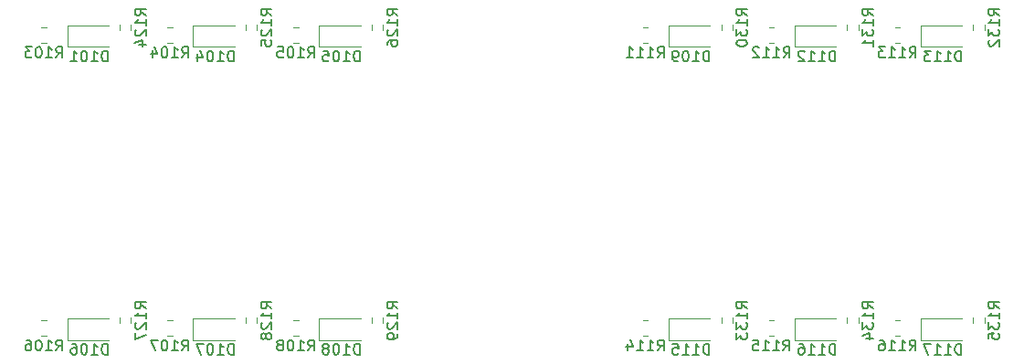
<source format=gbo>
G04 #@! TF.GenerationSoftware,KiCad,Pcbnew,5.1.9*
G04 #@! TF.CreationDate,2021-04-12T02:39:58-03:00*
G04 #@! TF.ProjectId,Switches,53776974-6368-4657-932e-6b696361645f,rev?*
G04 #@! TF.SameCoordinates,Original*
G04 #@! TF.FileFunction,Legend,Bot*
G04 #@! TF.FilePolarity,Positive*
%FSLAX46Y46*%
G04 Gerber Fmt 4.6, Leading zero omitted, Abs format (unit mm)*
G04 Created by KiCad (PCBNEW 5.1.9) date 2021-04-12 02:39:58*
%MOMM*%
%LPD*%
G01*
G04 APERTURE LIST*
%ADD10C,0.120000*%
%ADD11C,0.150000*%
%ADD12C,0.100000*%
%ADD13C,5.000000*%
%ADD14R,1.100000X1.100000*%
G04 APERTURE END LIST*
D10*
X200500000Y-121000000D02*
X204350000Y-121000000D01*
X200500000Y-119000000D02*
X204350000Y-119000000D01*
X200500000Y-121000000D02*
X200500000Y-119000000D01*
X188825000Y-121000000D02*
X192675000Y-121000000D01*
X188825000Y-119000000D02*
X192675000Y-119000000D01*
X188825000Y-121000000D02*
X188825000Y-119000000D01*
X177150000Y-121000000D02*
X181000000Y-121000000D01*
X177150000Y-119000000D02*
X181000000Y-119000000D01*
X177150000Y-121000000D02*
X177150000Y-119000000D01*
X200500000Y-93800000D02*
X204350000Y-93800000D01*
X200500000Y-91800000D02*
X204350000Y-91800000D01*
X200500000Y-93800000D02*
X200500000Y-91800000D01*
X188825000Y-93800000D02*
X192675000Y-93800000D01*
X188825000Y-91800000D02*
X192675000Y-91800000D01*
X188825000Y-93800000D02*
X188825000Y-91800000D01*
X177150000Y-93800000D02*
X181000000Y-93800000D01*
X177150000Y-91800000D02*
X181000000Y-91800000D01*
X177150000Y-93800000D02*
X177150000Y-91800000D01*
X144750000Y-121000000D02*
X148600000Y-121000000D01*
X144750000Y-119000000D02*
X148600000Y-119000000D01*
X144750000Y-121000000D02*
X144750000Y-119000000D01*
X133075000Y-121000000D02*
X136925000Y-121000000D01*
X133075000Y-119000000D02*
X136925000Y-119000000D01*
X133075000Y-121000000D02*
X133075000Y-119000000D01*
X121400000Y-121000000D02*
X125250000Y-121000000D01*
X121400000Y-119000000D02*
X125250000Y-119000000D01*
X121400000Y-121000000D02*
X121400000Y-119000000D01*
X144750000Y-93800000D02*
X148600000Y-93800000D01*
X144750000Y-91800000D02*
X148600000Y-91800000D01*
X144750000Y-93800000D02*
X144750000Y-91800000D01*
X133075000Y-93800000D02*
X136925000Y-93800000D01*
X133075000Y-91800000D02*
X136925000Y-91800000D01*
X133075000Y-93800000D02*
X133075000Y-91800000D01*
X121400000Y-93800000D02*
X125250000Y-93800000D01*
X121400000Y-91800000D02*
X125250000Y-91800000D01*
X121400000Y-93800000D02*
X121400000Y-91800000D01*
X205377500Y-119454724D02*
X205377500Y-118945276D01*
X206422500Y-119454724D02*
X206422500Y-118945276D01*
X193702500Y-119454724D02*
X193702500Y-118945276D01*
X194747500Y-119454724D02*
X194747500Y-118945276D01*
X182027500Y-119454724D02*
X182027500Y-118945276D01*
X183072500Y-119454724D02*
X183072500Y-118945276D01*
X205377500Y-92254724D02*
X205377500Y-91745276D01*
X206422500Y-92254724D02*
X206422500Y-91745276D01*
X193702500Y-92254724D02*
X193702500Y-91745276D01*
X194747500Y-92254724D02*
X194747500Y-91745276D01*
X182027500Y-92254724D02*
X182027500Y-91745276D01*
X183072500Y-92254724D02*
X183072500Y-91745276D01*
X149627500Y-119454724D02*
X149627500Y-118945276D01*
X150672500Y-119454724D02*
X150672500Y-118945276D01*
X137952500Y-119454724D02*
X137952500Y-118945276D01*
X138997500Y-119454724D02*
X138997500Y-118945276D01*
X126277500Y-119454724D02*
X126277500Y-118945276D01*
X127322500Y-119454724D02*
X127322500Y-118945276D01*
X149627500Y-92254724D02*
X149627500Y-91745276D01*
X150672500Y-92254724D02*
X150672500Y-91745276D01*
X137952500Y-92254724D02*
X137952500Y-91745276D01*
X138997500Y-92254724D02*
X138997500Y-91745276D01*
X126277500Y-92254724D02*
X126277500Y-91745276D01*
X127322500Y-92254724D02*
X127322500Y-91745276D01*
X174772936Y-119165000D02*
X175227064Y-119165000D01*
X174772936Y-120635000D02*
X175227064Y-120635000D01*
X198122936Y-91965000D02*
X198577064Y-91965000D01*
X198122936Y-93435000D02*
X198577064Y-93435000D01*
X186422936Y-119165000D02*
X186877064Y-119165000D01*
X186422936Y-120635000D02*
X186877064Y-120635000D01*
X198122936Y-119165000D02*
X198577064Y-119165000D01*
X198122936Y-120635000D02*
X198577064Y-120635000D01*
X119022936Y-91965000D02*
X119477064Y-91965000D01*
X119022936Y-93435000D02*
X119477064Y-93435000D01*
X130697936Y-119165000D02*
X131152064Y-119165000D01*
X130697936Y-120635000D02*
X131152064Y-120635000D01*
X130697936Y-91965000D02*
X131152064Y-91965000D01*
X130697936Y-93435000D02*
X131152064Y-93435000D01*
X142372936Y-91965000D02*
X142827064Y-91965000D01*
X142372936Y-93435000D02*
X142827064Y-93435000D01*
X186447936Y-91965000D02*
X186902064Y-91965000D01*
X186447936Y-93435000D02*
X186902064Y-93435000D01*
X142372936Y-119165000D02*
X142827064Y-119165000D01*
X142372936Y-120635000D02*
X142827064Y-120635000D01*
X119022936Y-119165000D02*
X119477064Y-119165000D01*
X119022936Y-120635000D02*
X119477064Y-120635000D01*
X174772936Y-91965000D02*
X175227064Y-91965000D01*
X174772936Y-93435000D02*
X175227064Y-93435000D01*
D11*
X204263476Y-122357380D02*
X204263476Y-121357380D01*
X204025380Y-121357380D01*
X203882523Y-121405000D01*
X203787285Y-121500238D01*
X203739666Y-121595476D01*
X203692047Y-121785952D01*
X203692047Y-121928809D01*
X203739666Y-122119285D01*
X203787285Y-122214523D01*
X203882523Y-122309761D01*
X204025380Y-122357380D01*
X204263476Y-122357380D01*
X202739666Y-122357380D02*
X203311095Y-122357380D01*
X203025380Y-122357380D02*
X203025380Y-121357380D01*
X203120619Y-121500238D01*
X203215857Y-121595476D01*
X203311095Y-121643095D01*
X201787285Y-122357380D02*
X202358714Y-122357380D01*
X202073000Y-122357380D02*
X202073000Y-121357380D01*
X202168238Y-121500238D01*
X202263476Y-121595476D01*
X202358714Y-121643095D01*
X201453952Y-121357380D02*
X200787285Y-121357380D01*
X201215857Y-122357380D01*
X192588476Y-122357380D02*
X192588476Y-121357380D01*
X192350380Y-121357380D01*
X192207523Y-121405000D01*
X192112285Y-121500238D01*
X192064666Y-121595476D01*
X192017047Y-121785952D01*
X192017047Y-121928809D01*
X192064666Y-122119285D01*
X192112285Y-122214523D01*
X192207523Y-122309761D01*
X192350380Y-122357380D01*
X192588476Y-122357380D01*
X191064666Y-122357380D02*
X191636095Y-122357380D01*
X191350380Y-122357380D02*
X191350380Y-121357380D01*
X191445619Y-121500238D01*
X191540857Y-121595476D01*
X191636095Y-121643095D01*
X190112285Y-122357380D02*
X190683714Y-122357380D01*
X190398000Y-122357380D02*
X190398000Y-121357380D01*
X190493238Y-121500238D01*
X190588476Y-121595476D01*
X190683714Y-121643095D01*
X189255142Y-121357380D02*
X189445619Y-121357380D01*
X189540857Y-121405000D01*
X189588476Y-121452619D01*
X189683714Y-121595476D01*
X189731333Y-121785952D01*
X189731333Y-122166904D01*
X189683714Y-122262142D01*
X189636095Y-122309761D01*
X189540857Y-122357380D01*
X189350380Y-122357380D01*
X189255142Y-122309761D01*
X189207523Y-122262142D01*
X189159904Y-122166904D01*
X189159904Y-121928809D01*
X189207523Y-121833571D01*
X189255142Y-121785952D01*
X189350380Y-121738333D01*
X189540857Y-121738333D01*
X189636095Y-121785952D01*
X189683714Y-121833571D01*
X189731333Y-121928809D01*
X180913476Y-122357380D02*
X180913476Y-121357380D01*
X180675380Y-121357380D01*
X180532523Y-121405000D01*
X180437285Y-121500238D01*
X180389666Y-121595476D01*
X180342047Y-121785952D01*
X180342047Y-121928809D01*
X180389666Y-122119285D01*
X180437285Y-122214523D01*
X180532523Y-122309761D01*
X180675380Y-122357380D01*
X180913476Y-122357380D01*
X179389666Y-122357380D02*
X179961095Y-122357380D01*
X179675380Y-122357380D02*
X179675380Y-121357380D01*
X179770619Y-121500238D01*
X179865857Y-121595476D01*
X179961095Y-121643095D01*
X178437285Y-122357380D02*
X179008714Y-122357380D01*
X178723000Y-122357380D02*
X178723000Y-121357380D01*
X178818238Y-121500238D01*
X178913476Y-121595476D01*
X179008714Y-121643095D01*
X177532523Y-121357380D02*
X178008714Y-121357380D01*
X178056333Y-121833571D01*
X178008714Y-121785952D01*
X177913476Y-121738333D01*
X177675380Y-121738333D01*
X177580142Y-121785952D01*
X177532523Y-121833571D01*
X177484904Y-121928809D01*
X177484904Y-122166904D01*
X177532523Y-122262142D01*
X177580142Y-122309761D01*
X177675380Y-122357380D01*
X177913476Y-122357380D01*
X178008714Y-122309761D01*
X178056333Y-122262142D01*
X204263476Y-95157380D02*
X204263476Y-94157380D01*
X204025380Y-94157380D01*
X203882523Y-94205000D01*
X203787285Y-94300238D01*
X203739666Y-94395476D01*
X203692047Y-94585952D01*
X203692047Y-94728809D01*
X203739666Y-94919285D01*
X203787285Y-95014523D01*
X203882523Y-95109761D01*
X204025380Y-95157380D01*
X204263476Y-95157380D01*
X202739666Y-95157380D02*
X203311095Y-95157380D01*
X203025380Y-95157380D02*
X203025380Y-94157380D01*
X203120619Y-94300238D01*
X203215857Y-94395476D01*
X203311095Y-94443095D01*
X201787285Y-95157380D02*
X202358714Y-95157380D01*
X202073000Y-95157380D02*
X202073000Y-94157380D01*
X202168238Y-94300238D01*
X202263476Y-94395476D01*
X202358714Y-94443095D01*
X201453952Y-94157380D02*
X200834904Y-94157380D01*
X201168238Y-94538333D01*
X201025380Y-94538333D01*
X200930142Y-94585952D01*
X200882523Y-94633571D01*
X200834904Y-94728809D01*
X200834904Y-94966904D01*
X200882523Y-95062142D01*
X200930142Y-95109761D01*
X201025380Y-95157380D01*
X201311095Y-95157380D01*
X201406333Y-95109761D01*
X201453952Y-95062142D01*
X192588476Y-95157380D02*
X192588476Y-94157380D01*
X192350380Y-94157380D01*
X192207523Y-94205000D01*
X192112285Y-94300238D01*
X192064666Y-94395476D01*
X192017047Y-94585952D01*
X192017047Y-94728809D01*
X192064666Y-94919285D01*
X192112285Y-95014523D01*
X192207523Y-95109761D01*
X192350380Y-95157380D01*
X192588476Y-95157380D01*
X191064666Y-95157380D02*
X191636095Y-95157380D01*
X191350380Y-95157380D02*
X191350380Y-94157380D01*
X191445619Y-94300238D01*
X191540857Y-94395476D01*
X191636095Y-94443095D01*
X190112285Y-95157380D02*
X190683714Y-95157380D01*
X190398000Y-95157380D02*
X190398000Y-94157380D01*
X190493238Y-94300238D01*
X190588476Y-94395476D01*
X190683714Y-94443095D01*
X189731333Y-94252619D02*
X189683714Y-94205000D01*
X189588476Y-94157380D01*
X189350380Y-94157380D01*
X189255142Y-94205000D01*
X189207523Y-94252619D01*
X189159904Y-94347857D01*
X189159904Y-94443095D01*
X189207523Y-94585952D01*
X189778952Y-95157380D01*
X189159904Y-95157380D01*
X180913476Y-95157380D02*
X180913476Y-94157380D01*
X180675380Y-94157380D01*
X180532523Y-94205000D01*
X180437285Y-94300238D01*
X180389666Y-94395476D01*
X180342047Y-94585952D01*
X180342047Y-94728809D01*
X180389666Y-94919285D01*
X180437285Y-95014523D01*
X180532523Y-95109761D01*
X180675380Y-95157380D01*
X180913476Y-95157380D01*
X179389666Y-95157380D02*
X179961095Y-95157380D01*
X179675380Y-95157380D02*
X179675380Y-94157380D01*
X179770619Y-94300238D01*
X179865857Y-94395476D01*
X179961095Y-94443095D01*
X178770619Y-94157380D02*
X178675380Y-94157380D01*
X178580142Y-94205000D01*
X178532523Y-94252619D01*
X178484904Y-94347857D01*
X178437285Y-94538333D01*
X178437285Y-94776428D01*
X178484904Y-94966904D01*
X178532523Y-95062142D01*
X178580142Y-95109761D01*
X178675380Y-95157380D01*
X178770619Y-95157380D01*
X178865857Y-95109761D01*
X178913476Y-95062142D01*
X178961095Y-94966904D01*
X179008714Y-94776428D01*
X179008714Y-94538333D01*
X178961095Y-94347857D01*
X178913476Y-94252619D01*
X178865857Y-94205000D01*
X178770619Y-94157380D01*
X177961095Y-95157380D02*
X177770619Y-95157380D01*
X177675380Y-95109761D01*
X177627761Y-95062142D01*
X177532523Y-94919285D01*
X177484904Y-94728809D01*
X177484904Y-94347857D01*
X177532523Y-94252619D01*
X177580142Y-94205000D01*
X177675380Y-94157380D01*
X177865857Y-94157380D01*
X177961095Y-94205000D01*
X178008714Y-94252619D01*
X178056333Y-94347857D01*
X178056333Y-94585952D01*
X178008714Y-94681190D01*
X177961095Y-94728809D01*
X177865857Y-94776428D01*
X177675380Y-94776428D01*
X177580142Y-94728809D01*
X177532523Y-94681190D01*
X177484904Y-94585952D01*
X148513476Y-122357380D02*
X148513476Y-121357380D01*
X148275380Y-121357380D01*
X148132523Y-121405000D01*
X148037285Y-121500238D01*
X147989666Y-121595476D01*
X147942047Y-121785952D01*
X147942047Y-121928809D01*
X147989666Y-122119285D01*
X148037285Y-122214523D01*
X148132523Y-122309761D01*
X148275380Y-122357380D01*
X148513476Y-122357380D01*
X146989666Y-122357380D02*
X147561095Y-122357380D01*
X147275380Y-122357380D02*
X147275380Y-121357380D01*
X147370619Y-121500238D01*
X147465857Y-121595476D01*
X147561095Y-121643095D01*
X146370619Y-121357380D02*
X146275380Y-121357380D01*
X146180142Y-121405000D01*
X146132523Y-121452619D01*
X146084904Y-121547857D01*
X146037285Y-121738333D01*
X146037285Y-121976428D01*
X146084904Y-122166904D01*
X146132523Y-122262142D01*
X146180142Y-122309761D01*
X146275380Y-122357380D01*
X146370619Y-122357380D01*
X146465857Y-122309761D01*
X146513476Y-122262142D01*
X146561095Y-122166904D01*
X146608714Y-121976428D01*
X146608714Y-121738333D01*
X146561095Y-121547857D01*
X146513476Y-121452619D01*
X146465857Y-121405000D01*
X146370619Y-121357380D01*
X145465857Y-121785952D02*
X145561095Y-121738333D01*
X145608714Y-121690714D01*
X145656333Y-121595476D01*
X145656333Y-121547857D01*
X145608714Y-121452619D01*
X145561095Y-121405000D01*
X145465857Y-121357380D01*
X145275380Y-121357380D01*
X145180142Y-121405000D01*
X145132523Y-121452619D01*
X145084904Y-121547857D01*
X145084904Y-121595476D01*
X145132523Y-121690714D01*
X145180142Y-121738333D01*
X145275380Y-121785952D01*
X145465857Y-121785952D01*
X145561095Y-121833571D01*
X145608714Y-121881190D01*
X145656333Y-121976428D01*
X145656333Y-122166904D01*
X145608714Y-122262142D01*
X145561095Y-122309761D01*
X145465857Y-122357380D01*
X145275380Y-122357380D01*
X145180142Y-122309761D01*
X145132523Y-122262142D01*
X145084904Y-122166904D01*
X145084904Y-121976428D01*
X145132523Y-121881190D01*
X145180142Y-121833571D01*
X145275380Y-121785952D01*
X136838476Y-122357380D02*
X136838476Y-121357380D01*
X136600380Y-121357380D01*
X136457523Y-121405000D01*
X136362285Y-121500238D01*
X136314666Y-121595476D01*
X136267047Y-121785952D01*
X136267047Y-121928809D01*
X136314666Y-122119285D01*
X136362285Y-122214523D01*
X136457523Y-122309761D01*
X136600380Y-122357380D01*
X136838476Y-122357380D01*
X135314666Y-122357380D02*
X135886095Y-122357380D01*
X135600380Y-122357380D02*
X135600380Y-121357380D01*
X135695619Y-121500238D01*
X135790857Y-121595476D01*
X135886095Y-121643095D01*
X134695619Y-121357380D02*
X134600380Y-121357380D01*
X134505142Y-121405000D01*
X134457523Y-121452619D01*
X134409904Y-121547857D01*
X134362285Y-121738333D01*
X134362285Y-121976428D01*
X134409904Y-122166904D01*
X134457523Y-122262142D01*
X134505142Y-122309761D01*
X134600380Y-122357380D01*
X134695619Y-122357380D01*
X134790857Y-122309761D01*
X134838476Y-122262142D01*
X134886095Y-122166904D01*
X134933714Y-121976428D01*
X134933714Y-121738333D01*
X134886095Y-121547857D01*
X134838476Y-121452619D01*
X134790857Y-121405000D01*
X134695619Y-121357380D01*
X134028952Y-121357380D02*
X133362285Y-121357380D01*
X133790857Y-122357380D01*
X125163476Y-122357380D02*
X125163476Y-121357380D01*
X124925380Y-121357380D01*
X124782523Y-121405000D01*
X124687285Y-121500238D01*
X124639666Y-121595476D01*
X124592047Y-121785952D01*
X124592047Y-121928809D01*
X124639666Y-122119285D01*
X124687285Y-122214523D01*
X124782523Y-122309761D01*
X124925380Y-122357380D01*
X125163476Y-122357380D01*
X123639666Y-122357380D02*
X124211095Y-122357380D01*
X123925380Y-122357380D02*
X123925380Y-121357380D01*
X124020619Y-121500238D01*
X124115857Y-121595476D01*
X124211095Y-121643095D01*
X123020619Y-121357380D02*
X122925380Y-121357380D01*
X122830142Y-121405000D01*
X122782523Y-121452619D01*
X122734904Y-121547857D01*
X122687285Y-121738333D01*
X122687285Y-121976428D01*
X122734904Y-122166904D01*
X122782523Y-122262142D01*
X122830142Y-122309761D01*
X122925380Y-122357380D01*
X123020619Y-122357380D01*
X123115857Y-122309761D01*
X123163476Y-122262142D01*
X123211095Y-122166904D01*
X123258714Y-121976428D01*
X123258714Y-121738333D01*
X123211095Y-121547857D01*
X123163476Y-121452619D01*
X123115857Y-121405000D01*
X123020619Y-121357380D01*
X121830142Y-121357380D02*
X122020619Y-121357380D01*
X122115857Y-121405000D01*
X122163476Y-121452619D01*
X122258714Y-121595476D01*
X122306333Y-121785952D01*
X122306333Y-122166904D01*
X122258714Y-122262142D01*
X122211095Y-122309761D01*
X122115857Y-122357380D01*
X121925380Y-122357380D01*
X121830142Y-122309761D01*
X121782523Y-122262142D01*
X121734904Y-122166904D01*
X121734904Y-121928809D01*
X121782523Y-121833571D01*
X121830142Y-121785952D01*
X121925380Y-121738333D01*
X122115857Y-121738333D01*
X122211095Y-121785952D01*
X122258714Y-121833571D01*
X122306333Y-121928809D01*
X148513476Y-95157380D02*
X148513476Y-94157380D01*
X148275380Y-94157380D01*
X148132523Y-94205000D01*
X148037285Y-94300238D01*
X147989666Y-94395476D01*
X147942047Y-94585952D01*
X147942047Y-94728809D01*
X147989666Y-94919285D01*
X148037285Y-95014523D01*
X148132523Y-95109761D01*
X148275380Y-95157380D01*
X148513476Y-95157380D01*
X146989666Y-95157380D02*
X147561095Y-95157380D01*
X147275380Y-95157380D02*
X147275380Y-94157380D01*
X147370619Y-94300238D01*
X147465857Y-94395476D01*
X147561095Y-94443095D01*
X146370619Y-94157380D02*
X146275380Y-94157380D01*
X146180142Y-94205000D01*
X146132523Y-94252619D01*
X146084904Y-94347857D01*
X146037285Y-94538333D01*
X146037285Y-94776428D01*
X146084904Y-94966904D01*
X146132523Y-95062142D01*
X146180142Y-95109761D01*
X146275380Y-95157380D01*
X146370619Y-95157380D01*
X146465857Y-95109761D01*
X146513476Y-95062142D01*
X146561095Y-94966904D01*
X146608714Y-94776428D01*
X146608714Y-94538333D01*
X146561095Y-94347857D01*
X146513476Y-94252619D01*
X146465857Y-94205000D01*
X146370619Y-94157380D01*
X145132523Y-94157380D02*
X145608714Y-94157380D01*
X145656333Y-94633571D01*
X145608714Y-94585952D01*
X145513476Y-94538333D01*
X145275380Y-94538333D01*
X145180142Y-94585952D01*
X145132523Y-94633571D01*
X145084904Y-94728809D01*
X145084904Y-94966904D01*
X145132523Y-95062142D01*
X145180142Y-95109761D01*
X145275380Y-95157380D01*
X145513476Y-95157380D01*
X145608714Y-95109761D01*
X145656333Y-95062142D01*
X136838476Y-95157380D02*
X136838476Y-94157380D01*
X136600380Y-94157380D01*
X136457523Y-94205000D01*
X136362285Y-94300238D01*
X136314666Y-94395476D01*
X136267047Y-94585952D01*
X136267047Y-94728809D01*
X136314666Y-94919285D01*
X136362285Y-95014523D01*
X136457523Y-95109761D01*
X136600380Y-95157380D01*
X136838476Y-95157380D01*
X135314666Y-95157380D02*
X135886095Y-95157380D01*
X135600380Y-95157380D02*
X135600380Y-94157380D01*
X135695619Y-94300238D01*
X135790857Y-94395476D01*
X135886095Y-94443095D01*
X134695619Y-94157380D02*
X134600380Y-94157380D01*
X134505142Y-94205000D01*
X134457523Y-94252619D01*
X134409904Y-94347857D01*
X134362285Y-94538333D01*
X134362285Y-94776428D01*
X134409904Y-94966904D01*
X134457523Y-95062142D01*
X134505142Y-95109761D01*
X134600380Y-95157380D01*
X134695619Y-95157380D01*
X134790857Y-95109761D01*
X134838476Y-95062142D01*
X134886095Y-94966904D01*
X134933714Y-94776428D01*
X134933714Y-94538333D01*
X134886095Y-94347857D01*
X134838476Y-94252619D01*
X134790857Y-94205000D01*
X134695619Y-94157380D01*
X133505142Y-94490714D02*
X133505142Y-95157380D01*
X133743238Y-94109761D02*
X133981333Y-94824047D01*
X133362285Y-94824047D01*
X125163476Y-95157380D02*
X125163476Y-94157380D01*
X124925380Y-94157380D01*
X124782523Y-94205000D01*
X124687285Y-94300238D01*
X124639666Y-94395476D01*
X124592047Y-94585952D01*
X124592047Y-94728809D01*
X124639666Y-94919285D01*
X124687285Y-95014523D01*
X124782523Y-95109761D01*
X124925380Y-95157380D01*
X125163476Y-95157380D01*
X123639666Y-95157380D02*
X124211095Y-95157380D01*
X123925380Y-95157380D02*
X123925380Y-94157380D01*
X124020619Y-94300238D01*
X124115857Y-94395476D01*
X124211095Y-94443095D01*
X123020619Y-94157380D02*
X122925380Y-94157380D01*
X122830142Y-94205000D01*
X122782523Y-94252619D01*
X122734904Y-94347857D01*
X122687285Y-94538333D01*
X122687285Y-94776428D01*
X122734904Y-94966904D01*
X122782523Y-95062142D01*
X122830142Y-95109761D01*
X122925380Y-95157380D01*
X123020619Y-95157380D01*
X123115857Y-95109761D01*
X123163476Y-95062142D01*
X123211095Y-94966904D01*
X123258714Y-94776428D01*
X123258714Y-94538333D01*
X123211095Y-94347857D01*
X123163476Y-94252619D01*
X123115857Y-94205000D01*
X123020619Y-94157380D01*
X121734904Y-95157380D02*
X122306333Y-95157380D01*
X122020619Y-95157380D02*
X122020619Y-94157380D01*
X122115857Y-94300238D01*
X122211095Y-94395476D01*
X122306333Y-94443095D01*
X207782380Y-118080952D02*
X207306190Y-117747619D01*
X207782380Y-117509523D02*
X206782380Y-117509523D01*
X206782380Y-117890476D01*
X206830000Y-117985714D01*
X206877619Y-118033333D01*
X206972857Y-118080952D01*
X207115714Y-118080952D01*
X207210952Y-118033333D01*
X207258571Y-117985714D01*
X207306190Y-117890476D01*
X207306190Y-117509523D01*
X207782380Y-119033333D02*
X207782380Y-118461904D01*
X207782380Y-118747619D02*
X206782380Y-118747619D01*
X206925238Y-118652380D01*
X207020476Y-118557142D01*
X207068095Y-118461904D01*
X206782380Y-119366666D02*
X206782380Y-119985714D01*
X207163333Y-119652380D01*
X207163333Y-119795238D01*
X207210952Y-119890476D01*
X207258571Y-119938095D01*
X207353809Y-119985714D01*
X207591904Y-119985714D01*
X207687142Y-119938095D01*
X207734761Y-119890476D01*
X207782380Y-119795238D01*
X207782380Y-119509523D01*
X207734761Y-119414285D01*
X207687142Y-119366666D01*
X206782380Y-120890476D02*
X206782380Y-120414285D01*
X207258571Y-120366666D01*
X207210952Y-120414285D01*
X207163333Y-120509523D01*
X207163333Y-120747619D01*
X207210952Y-120842857D01*
X207258571Y-120890476D01*
X207353809Y-120938095D01*
X207591904Y-120938095D01*
X207687142Y-120890476D01*
X207734761Y-120842857D01*
X207782380Y-120747619D01*
X207782380Y-120509523D01*
X207734761Y-120414285D01*
X207687142Y-120366666D01*
X196107380Y-118080952D02*
X195631190Y-117747619D01*
X196107380Y-117509523D02*
X195107380Y-117509523D01*
X195107380Y-117890476D01*
X195155000Y-117985714D01*
X195202619Y-118033333D01*
X195297857Y-118080952D01*
X195440714Y-118080952D01*
X195535952Y-118033333D01*
X195583571Y-117985714D01*
X195631190Y-117890476D01*
X195631190Y-117509523D01*
X196107380Y-119033333D02*
X196107380Y-118461904D01*
X196107380Y-118747619D02*
X195107380Y-118747619D01*
X195250238Y-118652380D01*
X195345476Y-118557142D01*
X195393095Y-118461904D01*
X195107380Y-119366666D02*
X195107380Y-119985714D01*
X195488333Y-119652380D01*
X195488333Y-119795238D01*
X195535952Y-119890476D01*
X195583571Y-119938095D01*
X195678809Y-119985714D01*
X195916904Y-119985714D01*
X196012142Y-119938095D01*
X196059761Y-119890476D01*
X196107380Y-119795238D01*
X196107380Y-119509523D01*
X196059761Y-119414285D01*
X196012142Y-119366666D01*
X195440714Y-120842857D02*
X196107380Y-120842857D01*
X195059761Y-120604761D02*
X195774047Y-120366666D01*
X195774047Y-120985714D01*
X184432380Y-118080952D02*
X183956190Y-117747619D01*
X184432380Y-117509523D02*
X183432380Y-117509523D01*
X183432380Y-117890476D01*
X183480000Y-117985714D01*
X183527619Y-118033333D01*
X183622857Y-118080952D01*
X183765714Y-118080952D01*
X183860952Y-118033333D01*
X183908571Y-117985714D01*
X183956190Y-117890476D01*
X183956190Y-117509523D01*
X184432380Y-119033333D02*
X184432380Y-118461904D01*
X184432380Y-118747619D02*
X183432380Y-118747619D01*
X183575238Y-118652380D01*
X183670476Y-118557142D01*
X183718095Y-118461904D01*
X183432380Y-119366666D02*
X183432380Y-119985714D01*
X183813333Y-119652380D01*
X183813333Y-119795238D01*
X183860952Y-119890476D01*
X183908571Y-119938095D01*
X184003809Y-119985714D01*
X184241904Y-119985714D01*
X184337142Y-119938095D01*
X184384761Y-119890476D01*
X184432380Y-119795238D01*
X184432380Y-119509523D01*
X184384761Y-119414285D01*
X184337142Y-119366666D01*
X183432380Y-120319047D02*
X183432380Y-120938095D01*
X183813333Y-120604761D01*
X183813333Y-120747619D01*
X183860952Y-120842857D01*
X183908571Y-120890476D01*
X184003809Y-120938095D01*
X184241904Y-120938095D01*
X184337142Y-120890476D01*
X184384761Y-120842857D01*
X184432380Y-120747619D01*
X184432380Y-120461904D01*
X184384761Y-120366666D01*
X184337142Y-120319047D01*
X207782380Y-90880952D02*
X207306190Y-90547619D01*
X207782380Y-90309523D02*
X206782380Y-90309523D01*
X206782380Y-90690476D01*
X206830000Y-90785714D01*
X206877619Y-90833333D01*
X206972857Y-90880952D01*
X207115714Y-90880952D01*
X207210952Y-90833333D01*
X207258571Y-90785714D01*
X207306190Y-90690476D01*
X207306190Y-90309523D01*
X207782380Y-91833333D02*
X207782380Y-91261904D01*
X207782380Y-91547619D02*
X206782380Y-91547619D01*
X206925238Y-91452380D01*
X207020476Y-91357142D01*
X207068095Y-91261904D01*
X206782380Y-92166666D02*
X206782380Y-92785714D01*
X207163333Y-92452380D01*
X207163333Y-92595238D01*
X207210952Y-92690476D01*
X207258571Y-92738095D01*
X207353809Y-92785714D01*
X207591904Y-92785714D01*
X207687142Y-92738095D01*
X207734761Y-92690476D01*
X207782380Y-92595238D01*
X207782380Y-92309523D01*
X207734761Y-92214285D01*
X207687142Y-92166666D01*
X206877619Y-93166666D02*
X206830000Y-93214285D01*
X206782380Y-93309523D01*
X206782380Y-93547619D01*
X206830000Y-93642857D01*
X206877619Y-93690476D01*
X206972857Y-93738095D01*
X207068095Y-93738095D01*
X207210952Y-93690476D01*
X207782380Y-93119047D01*
X207782380Y-93738095D01*
X196107380Y-90880952D02*
X195631190Y-90547619D01*
X196107380Y-90309523D02*
X195107380Y-90309523D01*
X195107380Y-90690476D01*
X195155000Y-90785714D01*
X195202619Y-90833333D01*
X195297857Y-90880952D01*
X195440714Y-90880952D01*
X195535952Y-90833333D01*
X195583571Y-90785714D01*
X195631190Y-90690476D01*
X195631190Y-90309523D01*
X196107380Y-91833333D02*
X196107380Y-91261904D01*
X196107380Y-91547619D02*
X195107380Y-91547619D01*
X195250238Y-91452380D01*
X195345476Y-91357142D01*
X195393095Y-91261904D01*
X195107380Y-92166666D02*
X195107380Y-92785714D01*
X195488333Y-92452380D01*
X195488333Y-92595238D01*
X195535952Y-92690476D01*
X195583571Y-92738095D01*
X195678809Y-92785714D01*
X195916904Y-92785714D01*
X196012142Y-92738095D01*
X196059761Y-92690476D01*
X196107380Y-92595238D01*
X196107380Y-92309523D01*
X196059761Y-92214285D01*
X196012142Y-92166666D01*
X196107380Y-93738095D02*
X196107380Y-93166666D01*
X196107380Y-93452380D02*
X195107380Y-93452380D01*
X195250238Y-93357142D01*
X195345476Y-93261904D01*
X195393095Y-93166666D01*
X184432380Y-90880952D02*
X183956190Y-90547619D01*
X184432380Y-90309523D02*
X183432380Y-90309523D01*
X183432380Y-90690476D01*
X183480000Y-90785714D01*
X183527619Y-90833333D01*
X183622857Y-90880952D01*
X183765714Y-90880952D01*
X183860952Y-90833333D01*
X183908571Y-90785714D01*
X183956190Y-90690476D01*
X183956190Y-90309523D01*
X184432380Y-91833333D02*
X184432380Y-91261904D01*
X184432380Y-91547619D02*
X183432380Y-91547619D01*
X183575238Y-91452380D01*
X183670476Y-91357142D01*
X183718095Y-91261904D01*
X183432380Y-92166666D02*
X183432380Y-92785714D01*
X183813333Y-92452380D01*
X183813333Y-92595238D01*
X183860952Y-92690476D01*
X183908571Y-92738095D01*
X184003809Y-92785714D01*
X184241904Y-92785714D01*
X184337142Y-92738095D01*
X184384761Y-92690476D01*
X184432380Y-92595238D01*
X184432380Y-92309523D01*
X184384761Y-92214285D01*
X184337142Y-92166666D01*
X183432380Y-93404761D02*
X183432380Y-93500000D01*
X183480000Y-93595238D01*
X183527619Y-93642857D01*
X183622857Y-93690476D01*
X183813333Y-93738095D01*
X184051428Y-93738095D01*
X184241904Y-93690476D01*
X184337142Y-93642857D01*
X184384761Y-93595238D01*
X184432380Y-93500000D01*
X184432380Y-93404761D01*
X184384761Y-93309523D01*
X184337142Y-93261904D01*
X184241904Y-93214285D01*
X184051428Y-93166666D01*
X183813333Y-93166666D01*
X183622857Y-93214285D01*
X183527619Y-93261904D01*
X183480000Y-93309523D01*
X183432380Y-93404761D01*
X152032380Y-118080952D02*
X151556190Y-117747619D01*
X152032380Y-117509523D02*
X151032380Y-117509523D01*
X151032380Y-117890476D01*
X151080000Y-117985714D01*
X151127619Y-118033333D01*
X151222857Y-118080952D01*
X151365714Y-118080952D01*
X151460952Y-118033333D01*
X151508571Y-117985714D01*
X151556190Y-117890476D01*
X151556190Y-117509523D01*
X152032380Y-119033333D02*
X152032380Y-118461904D01*
X152032380Y-118747619D02*
X151032380Y-118747619D01*
X151175238Y-118652380D01*
X151270476Y-118557142D01*
X151318095Y-118461904D01*
X151127619Y-119414285D02*
X151080000Y-119461904D01*
X151032380Y-119557142D01*
X151032380Y-119795238D01*
X151080000Y-119890476D01*
X151127619Y-119938095D01*
X151222857Y-119985714D01*
X151318095Y-119985714D01*
X151460952Y-119938095D01*
X152032380Y-119366666D01*
X152032380Y-119985714D01*
X152032380Y-120461904D02*
X152032380Y-120652380D01*
X151984761Y-120747619D01*
X151937142Y-120795238D01*
X151794285Y-120890476D01*
X151603809Y-120938095D01*
X151222857Y-120938095D01*
X151127619Y-120890476D01*
X151080000Y-120842857D01*
X151032380Y-120747619D01*
X151032380Y-120557142D01*
X151080000Y-120461904D01*
X151127619Y-120414285D01*
X151222857Y-120366666D01*
X151460952Y-120366666D01*
X151556190Y-120414285D01*
X151603809Y-120461904D01*
X151651428Y-120557142D01*
X151651428Y-120747619D01*
X151603809Y-120842857D01*
X151556190Y-120890476D01*
X151460952Y-120938095D01*
X140357380Y-118080952D02*
X139881190Y-117747619D01*
X140357380Y-117509523D02*
X139357380Y-117509523D01*
X139357380Y-117890476D01*
X139405000Y-117985714D01*
X139452619Y-118033333D01*
X139547857Y-118080952D01*
X139690714Y-118080952D01*
X139785952Y-118033333D01*
X139833571Y-117985714D01*
X139881190Y-117890476D01*
X139881190Y-117509523D01*
X140357380Y-119033333D02*
X140357380Y-118461904D01*
X140357380Y-118747619D02*
X139357380Y-118747619D01*
X139500238Y-118652380D01*
X139595476Y-118557142D01*
X139643095Y-118461904D01*
X139452619Y-119414285D02*
X139405000Y-119461904D01*
X139357380Y-119557142D01*
X139357380Y-119795238D01*
X139405000Y-119890476D01*
X139452619Y-119938095D01*
X139547857Y-119985714D01*
X139643095Y-119985714D01*
X139785952Y-119938095D01*
X140357380Y-119366666D01*
X140357380Y-119985714D01*
X139785952Y-120557142D02*
X139738333Y-120461904D01*
X139690714Y-120414285D01*
X139595476Y-120366666D01*
X139547857Y-120366666D01*
X139452619Y-120414285D01*
X139405000Y-120461904D01*
X139357380Y-120557142D01*
X139357380Y-120747619D01*
X139405000Y-120842857D01*
X139452619Y-120890476D01*
X139547857Y-120938095D01*
X139595476Y-120938095D01*
X139690714Y-120890476D01*
X139738333Y-120842857D01*
X139785952Y-120747619D01*
X139785952Y-120557142D01*
X139833571Y-120461904D01*
X139881190Y-120414285D01*
X139976428Y-120366666D01*
X140166904Y-120366666D01*
X140262142Y-120414285D01*
X140309761Y-120461904D01*
X140357380Y-120557142D01*
X140357380Y-120747619D01*
X140309761Y-120842857D01*
X140262142Y-120890476D01*
X140166904Y-120938095D01*
X139976428Y-120938095D01*
X139881190Y-120890476D01*
X139833571Y-120842857D01*
X139785952Y-120747619D01*
X128682380Y-118080952D02*
X128206190Y-117747619D01*
X128682380Y-117509523D02*
X127682380Y-117509523D01*
X127682380Y-117890476D01*
X127730000Y-117985714D01*
X127777619Y-118033333D01*
X127872857Y-118080952D01*
X128015714Y-118080952D01*
X128110952Y-118033333D01*
X128158571Y-117985714D01*
X128206190Y-117890476D01*
X128206190Y-117509523D01*
X128682380Y-119033333D02*
X128682380Y-118461904D01*
X128682380Y-118747619D02*
X127682380Y-118747619D01*
X127825238Y-118652380D01*
X127920476Y-118557142D01*
X127968095Y-118461904D01*
X127777619Y-119414285D02*
X127730000Y-119461904D01*
X127682380Y-119557142D01*
X127682380Y-119795238D01*
X127730000Y-119890476D01*
X127777619Y-119938095D01*
X127872857Y-119985714D01*
X127968095Y-119985714D01*
X128110952Y-119938095D01*
X128682380Y-119366666D01*
X128682380Y-119985714D01*
X127682380Y-120319047D02*
X127682380Y-120985714D01*
X128682380Y-120557142D01*
X152032380Y-90880952D02*
X151556190Y-90547619D01*
X152032380Y-90309523D02*
X151032380Y-90309523D01*
X151032380Y-90690476D01*
X151080000Y-90785714D01*
X151127619Y-90833333D01*
X151222857Y-90880952D01*
X151365714Y-90880952D01*
X151460952Y-90833333D01*
X151508571Y-90785714D01*
X151556190Y-90690476D01*
X151556190Y-90309523D01*
X152032380Y-91833333D02*
X152032380Y-91261904D01*
X152032380Y-91547619D02*
X151032380Y-91547619D01*
X151175238Y-91452380D01*
X151270476Y-91357142D01*
X151318095Y-91261904D01*
X151127619Y-92214285D02*
X151080000Y-92261904D01*
X151032380Y-92357142D01*
X151032380Y-92595238D01*
X151080000Y-92690476D01*
X151127619Y-92738095D01*
X151222857Y-92785714D01*
X151318095Y-92785714D01*
X151460952Y-92738095D01*
X152032380Y-92166666D01*
X152032380Y-92785714D01*
X151032380Y-93642857D02*
X151032380Y-93452380D01*
X151080000Y-93357142D01*
X151127619Y-93309523D01*
X151270476Y-93214285D01*
X151460952Y-93166666D01*
X151841904Y-93166666D01*
X151937142Y-93214285D01*
X151984761Y-93261904D01*
X152032380Y-93357142D01*
X152032380Y-93547619D01*
X151984761Y-93642857D01*
X151937142Y-93690476D01*
X151841904Y-93738095D01*
X151603809Y-93738095D01*
X151508571Y-93690476D01*
X151460952Y-93642857D01*
X151413333Y-93547619D01*
X151413333Y-93357142D01*
X151460952Y-93261904D01*
X151508571Y-93214285D01*
X151603809Y-93166666D01*
X140357380Y-90880952D02*
X139881190Y-90547619D01*
X140357380Y-90309523D02*
X139357380Y-90309523D01*
X139357380Y-90690476D01*
X139405000Y-90785714D01*
X139452619Y-90833333D01*
X139547857Y-90880952D01*
X139690714Y-90880952D01*
X139785952Y-90833333D01*
X139833571Y-90785714D01*
X139881190Y-90690476D01*
X139881190Y-90309523D01*
X140357380Y-91833333D02*
X140357380Y-91261904D01*
X140357380Y-91547619D02*
X139357380Y-91547619D01*
X139500238Y-91452380D01*
X139595476Y-91357142D01*
X139643095Y-91261904D01*
X139452619Y-92214285D02*
X139405000Y-92261904D01*
X139357380Y-92357142D01*
X139357380Y-92595238D01*
X139405000Y-92690476D01*
X139452619Y-92738095D01*
X139547857Y-92785714D01*
X139643095Y-92785714D01*
X139785952Y-92738095D01*
X140357380Y-92166666D01*
X140357380Y-92785714D01*
X139357380Y-93690476D02*
X139357380Y-93214285D01*
X139833571Y-93166666D01*
X139785952Y-93214285D01*
X139738333Y-93309523D01*
X139738333Y-93547619D01*
X139785952Y-93642857D01*
X139833571Y-93690476D01*
X139928809Y-93738095D01*
X140166904Y-93738095D01*
X140262142Y-93690476D01*
X140309761Y-93642857D01*
X140357380Y-93547619D01*
X140357380Y-93309523D01*
X140309761Y-93214285D01*
X140262142Y-93166666D01*
X128682380Y-90880952D02*
X128206190Y-90547619D01*
X128682380Y-90309523D02*
X127682380Y-90309523D01*
X127682380Y-90690476D01*
X127730000Y-90785714D01*
X127777619Y-90833333D01*
X127872857Y-90880952D01*
X128015714Y-90880952D01*
X128110952Y-90833333D01*
X128158571Y-90785714D01*
X128206190Y-90690476D01*
X128206190Y-90309523D01*
X128682380Y-91833333D02*
X128682380Y-91261904D01*
X128682380Y-91547619D02*
X127682380Y-91547619D01*
X127825238Y-91452380D01*
X127920476Y-91357142D01*
X127968095Y-91261904D01*
X127777619Y-92214285D02*
X127730000Y-92261904D01*
X127682380Y-92357142D01*
X127682380Y-92595238D01*
X127730000Y-92690476D01*
X127777619Y-92738095D01*
X127872857Y-92785714D01*
X127968095Y-92785714D01*
X128110952Y-92738095D01*
X128682380Y-92166666D01*
X128682380Y-92785714D01*
X128015714Y-93642857D02*
X128682380Y-93642857D01*
X127634761Y-93404761D02*
X128349047Y-93166666D01*
X128349047Y-93785714D01*
X176119047Y-122002380D02*
X176452380Y-121526190D01*
X176690476Y-122002380D02*
X176690476Y-121002380D01*
X176309523Y-121002380D01*
X176214285Y-121050000D01*
X176166666Y-121097619D01*
X176119047Y-121192857D01*
X176119047Y-121335714D01*
X176166666Y-121430952D01*
X176214285Y-121478571D01*
X176309523Y-121526190D01*
X176690476Y-121526190D01*
X175166666Y-122002380D02*
X175738095Y-122002380D01*
X175452380Y-122002380D02*
X175452380Y-121002380D01*
X175547619Y-121145238D01*
X175642857Y-121240476D01*
X175738095Y-121288095D01*
X174214285Y-122002380D02*
X174785714Y-122002380D01*
X174500000Y-122002380D02*
X174500000Y-121002380D01*
X174595238Y-121145238D01*
X174690476Y-121240476D01*
X174785714Y-121288095D01*
X173357142Y-121335714D02*
X173357142Y-122002380D01*
X173595238Y-120954761D02*
X173833333Y-121669047D01*
X173214285Y-121669047D01*
X199469047Y-94802380D02*
X199802380Y-94326190D01*
X200040476Y-94802380D02*
X200040476Y-93802380D01*
X199659523Y-93802380D01*
X199564285Y-93850000D01*
X199516666Y-93897619D01*
X199469047Y-93992857D01*
X199469047Y-94135714D01*
X199516666Y-94230952D01*
X199564285Y-94278571D01*
X199659523Y-94326190D01*
X200040476Y-94326190D01*
X198516666Y-94802380D02*
X199088095Y-94802380D01*
X198802380Y-94802380D02*
X198802380Y-93802380D01*
X198897619Y-93945238D01*
X198992857Y-94040476D01*
X199088095Y-94088095D01*
X197564285Y-94802380D02*
X198135714Y-94802380D01*
X197850000Y-94802380D02*
X197850000Y-93802380D01*
X197945238Y-93945238D01*
X198040476Y-94040476D01*
X198135714Y-94088095D01*
X197230952Y-93802380D02*
X196611904Y-93802380D01*
X196945238Y-94183333D01*
X196802380Y-94183333D01*
X196707142Y-94230952D01*
X196659523Y-94278571D01*
X196611904Y-94373809D01*
X196611904Y-94611904D01*
X196659523Y-94707142D01*
X196707142Y-94754761D01*
X196802380Y-94802380D01*
X197088095Y-94802380D01*
X197183333Y-94754761D01*
X197230952Y-94707142D01*
X187769047Y-122002380D02*
X188102380Y-121526190D01*
X188340476Y-122002380D02*
X188340476Y-121002380D01*
X187959523Y-121002380D01*
X187864285Y-121050000D01*
X187816666Y-121097619D01*
X187769047Y-121192857D01*
X187769047Y-121335714D01*
X187816666Y-121430952D01*
X187864285Y-121478571D01*
X187959523Y-121526190D01*
X188340476Y-121526190D01*
X186816666Y-122002380D02*
X187388095Y-122002380D01*
X187102380Y-122002380D02*
X187102380Y-121002380D01*
X187197619Y-121145238D01*
X187292857Y-121240476D01*
X187388095Y-121288095D01*
X185864285Y-122002380D02*
X186435714Y-122002380D01*
X186150000Y-122002380D02*
X186150000Y-121002380D01*
X186245238Y-121145238D01*
X186340476Y-121240476D01*
X186435714Y-121288095D01*
X184959523Y-121002380D02*
X185435714Y-121002380D01*
X185483333Y-121478571D01*
X185435714Y-121430952D01*
X185340476Y-121383333D01*
X185102380Y-121383333D01*
X185007142Y-121430952D01*
X184959523Y-121478571D01*
X184911904Y-121573809D01*
X184911904Y-121811904D01*
X184959523Y-121907142D01*
X185007142Y-121954761D01*
X185102380Y-122002380D01*
X185340476Y-122002380D01*
X185435714Y-121954761D01*
X185483333Y-121907142D01*
X199469047Y-122002380D02*
X199802380Y-121526190D01*
X200040476Y-122002380D02*
X200040476Y-121002380D01*
X199659523Y-121002380D01*
X199564285Y-121050000D01*
X199516666Y-121097619D01*
X199469047Y-121192857D01*
X199469047Y-121335714D01*
X199516666Y-121430952D01*
X199564285Y-121478571D01*
X199659523Y-121526190D01*
X200040476Y-121526190D01*
X198516666Y-122002380D02*
X199088095Y-122002380D01*
X198802380Y-122002380D02*
X198802380Y-121002380D01*
X198897619Y-121145238D01*
X198992857Y-121240476D01*
X199088095Y-121288095D01*
X197564285Y-122002380D02*
X198135714Y-122002380D01*
X197850000Y-122002380D02*
X197850000Y-121002380D01*
X197945238Y-121145238D01*
X198040476Y-121240476D01*
X198135714Y-121288095D01*
X196707142Y-121002380D02*
X196897619Y-121002380D01*
X196992857Y-121050000D01*
X197040476Y-121097619D01*
X197135714Y-121240476D01*
X197183333Y-121430952D01*
X197183333Y-121811904D01*
X197135714Y-121907142D01*
X197088095Y-121954761D01*
X196992857Y-122002380D01*
X196802380Y-122002380D01*
X196707142Y-121954761D01*
X196659523Y-121907142D01*
X196611904Y-121811904D01*
X196611904Y-121573809D01*
X196659523Y-121478571D01*
X196707142Y-121430952D01*
X196802380Y-121383333D01*
X196992857Y-121383333D01*
X197088095Y-121430952D01*
X197135714Y-121478571D01*
X197183333Y-121573809D01*
X120369047Y-94802380D02*
X120702380Y-94326190D01*
X120940476Y-94802380D02*
X120940476Y-93802380D01*
X120559523Y-93802380D01*
X120464285Y-93850000D01*
X120416666Y-93897619D01*
X120369047Y-93992857D01*
X120369047Y-94135714D01*
X120416666Y-94230952D01*
X120464285Y-94278571D01*
X120559523Y-94326190D01*
X120940476Y-94326190D01*
X119416666Y-94802380D02*
X119988095Y-94802380D01*
X119702380Y-94802380D02*
X119702380Y-93802380D01*
X119797619Y-93945238D01*
X119892857Y-94040476D01*
X119988095Y-94088095D01*
X118797619Y-93802380D02*
X118702380Y-93802380D01*
X118607142Y-93850000D01*
X118559523Y-93897619D01*
X118511904Y-93992857D01*
X118464285Y-94183333D01*
X118464285Y-94421428D01*
X118511904Y-94611904D01*
X118559523Y-94707142D01*
X118607142Y-94754761D01*
X118702380Y-94802380D01*
X118797619Y-94802380D01*
X118892857Y-94754761D01*
X118940476Y-94707142D01*
X118988095Y-94611904D01*
X119035714Y-94421428D01*
X119035714Y-94183333D01*
X118988095Y-93992857D01*
X118940476Y-93897619D01*
X118892857Y-93850000D01*
X118797619Y-93802380D01*
X118130952Y-93802380D02*
X117511904Y-93802380D01*
X117845238Y-94183333D01*
X117702380Y-94183333D01*
X117607142Y-94230952D01*
X117559523Y-94278571D01*
X117511904Y-94373809D01*
X117511904Y-94611904D01*
X117559523Y-94707142D01*
X117607142Y-94754761D01*
X117702380Y-94802380D01*
X117988095Y-94802380D01*
X118083333Y-94754761D01*
X118130952Y-94707142D01*
X132044047Y-122002380D02*
X132377380Y-121526190D01*
X132615476Y-122002380D02*
X132615476Y-121002380D01*
X132234523Y-121002380D01*
X132139285Y-121050000D01*
X132091666Y-121097619D01*
X132044047Y-121192857D01*
X132044047Y-121335714D01*
X132091666Y-121430952D01*
X132139285Y-121478571D01*
X132234523Y-121526190D01*
X132615476Y-121526190D01*
X131091666Y-122002380D02*
X131663095Y-122002380D01*
X131377380Y-122002380D02*
X131377380Y-121002380D01*
X131472619Y-121145238D01*
X131567857Y-121240476D01*
X131663095Y-121288095D01*
X130472619Y-121002380D02*
X130377380Y-121002380D01*
X130282142Y-121050000D01*
X130234523Y-121097619D01*
X130186904Y-121192857D01*
X130139285Y-121383333D01*
X130139285Y-121621428D01*
X130186904Y-121811904D01*
X130234523Y-121907142D01*
X130282142Y-121954761D01*
X130377380Y-122002380D01*
X130472619Y-122002380D01*
X130567857Y-121954761D01*
X130615476Y-121907142D01*
X130663095Y-121811904D01*
X130710714Y-121621428D01*
X130710714Y-121383333D01*
X130663095Y-121192857D01*
X130615476Y-121097619D01*
X130567857Y-121050000D01*
X130472619Y-121002380D01*
X129805952Y-121002380D02*
X129139285Y-121002380D01*
X129567857Y-122002380D01*
X132044047Y-94802380D02*
X132377380Y-94326190D01*
X132615476Y-94802380D02*
X132615476Y-93802380D01*
X132234523Y-93802380D01*
X132139285Y-93850000D01*
X132091666Y-93897619D01*
X132044047Y-93992857D01*
X132044047Y-94135714D01*
X132091666Y-94230952D01*
X132139285Y-94278571D01*
X132234523Y-94326190D01*
X132615476Y-94326190D01*
X131091666Y-94802380D02*
X131663095Y-94802380D01*
X131377380Y-94802380D02*
X131377380Y-93802380D01*
X131472619Y-93945238D01*
X131567857Y-94040476D01*
X131663095Y-94088095D01*
X130472619Y-93802380D02*
X130377380Y-93802380D01*
X130282142Y-93850000D01*
X130234523Y-93897619D01*
X130186904Y-93992857D01*
X130139285Y-94183333D01*
X130139285Y-94421428D01*
X130186904Y-94611904D01*
X130234523Y-94707142D01*
X130282142Y-94754761D01*
X130377380Y-94802380D01*
X130472619Y-94802380D01*
X130567857Y-94754761D01*
X130615476Y-94707142D01*
X130663095Y-94611904D01*
X130710714Y-94421428D01*
X130710714Y-94183333D01*
X130663095Y-93992857D01*
X130615476Y-93897619D01*
X130567857Y-93850000D01*
X130472619Y-93802380D01*
X129282142Y-94135714D02*
X129282142Y-94802380D01*
X129520238Y-93754761D02*
X129758333Y-94469047D01*
X129139285Y-94469047D01*
X143719047Y-94802380D02*
X144052380Y-94326190D01*
X144290476Y-94802380D02*
X144290476Y-93802380D01*
X143909523Y-93802380D01*
X143814285Y-93850000D01*
X143766666Y-93897619D01*
X143719047Y-93992857D01*
X143719047Y-94135714D01*
X143766666Y-94230952D01*
X143814285Y-94278571D01*
X143909523Y-94326190D01*
X144290476Y-94326190D01*
X142766666Y-94802380D02*
X143338095Y-94802380D01*
X143052380Y-94802380D02*
X143052380Y-93802380D01*
X143147619Y-93945238D01*
X143242857Y-94040476D01*
X143338095Y-94088095D01*
X142147619Y-93802380D02*
X142052380Y-93802380D01*
X141957142Y-93850000D01*
X141909523Y-93897619D01*
X141861904Y-93992857D01*
X141814285Y-94183333D01*
X141814285Y-94421428D01*
X141861904Y-94611904D01*
X141909523Y-94707142D01*
X141957142Y-94754761D01*
X142052380Y-94802380D01*
X142147619Y-94802380D01*
X142242857Y-94754761D01*
X142290476Y-94707142D01*
X142338095Y-94611904D01*
X142385714Y-94421428D01*
X142385714Y-94183333D01*
X142338095Y-93992857D01*
X142290476Y-93897619D01*
X142242857Y-93850000D01*
X142147619Y-93802380D01*
X140909523Y-93802380D02*
X141385714Y-93802380D01*
X141433333Y-94278571D01*
X141385714Y-94230952D01*
X141290476Y-94183333D01*
X141052380Y-94183333D01*
X140957142Y-94230952D01*
X140909523Y-94278571D01*
X140861904Y-94373809D01*
X140861904Y-94611904D01*
X140909523Y-94707142D01*
X140957142Y-94754761D01*
X141052380Y-94802380D01*
X141290476Y-94802380D01*
X141385714Y-94754761D01*
X141433333Y-94707142D01*
X187794047Y-94802380D02*
X188127380Y-94326190D01*
X188365476Y-94802380D02*
X188365476Y-93802380D01*
X187984523Y-93802380D01*
X187889285Y-93850000D01*
X187841666Y-93897619D01*
X187794047Y-93992857D01*
X187794047Y-94135714D01*
X187841666Y-94230952D01*
X187889285Y-94278571D01*
X187984523Y-94326190D01*
X188365476Y-94326190D01*
X186841666Y-94802380D02*
X187413095Y-94802380D01*
X187127380Y-94802380D02*
X187127380Y-93802380D01*
X187222619Y-93945238D01*
X187317857Y-94040476D01*
X187413095Y-94088095D01*
X185889285Y-94802380D02*
X186460714Y-94802380D01*
X186175000Y-94802380D02*
X186175000Y-93802380D01*
X186270238Y-93945238D01*
X186365476Y-94040476D01*
X186460714Y-94088095D01*
X185508333Y-93897619D02*
X185460714Y-93850000D01*
X185365476Y-93802380D01*
X185127380Y-93802380D01*
X185032142Y-93850000D01*
X184984523Y-93897619D01*
X184936904Y-93992857D01*
X184936904Y-94088095D01*
X184984523Y-94230952D01*
X185555952Y-94802380D01*
X184936904Y-94802380D01*
X143719047Y-122002380D02*
X144052380Y-121526190D01*
X144290476Y-122002380D02*
X144290476Y-121002380D01*
X143909523Y-121002380D01*
X143814285Y-121050000D01*
X143766666Y-121097619D01*
X143719047Y-121192857D01*
X143719047Y-121335714D01*
X143766666Y-121430952D01*
X143814285Y-121478571D01*
X143909523Y-121526190D01*
X144290476Y-121526190D01*
X142766666Y-122002380D02*
X143338095Y-122002380D01*
X143052380Y-122002380D02*
X143052380Y-121002380D01*
X143147619Y-121145238D01*
X143242857Y-121240476D01*
X143338095Y-121288095D01*
X142147619Y-121002380D02*
X142052380Y-121002380D01*
X141957142Y-121050000D01*
X141909523Y-121097619D01*
X141861904Y-121192857D01*
X141814285Y-121383333D01*
X141814285Y-121621428D01*
X141861904Y-121811904D01*
X141909523Y-121907142D01*
X141957142Y-121954761D01*
X142052380Y-122002380D01*
X142147619Y-122002380D01*
X142242857Y-121954761D01*
X142290476Y-121907142D01*
X142338095Y-121811904D01*
X142385714Y-121621428D01*
X142385714Y-121383333D01*
X142338095Y-121192857D01*
X142290476Y-121097619D01*
X142242857Y-121050000D01*
X142147619Y-121002380D01*
X141242857Y-121430952D02*
X141338095Y-121383333D01*
X141385714Y-121335714D01*
X141433333Y-121240476D01*
X141433333Y-121192857D01*
X141385714Y-121097619D01*
X141338095Y-121050000D01*
X141242857Y-121002380D01*
X141052380Y-121002380D01*
X140957142Y-121050000D01*
X140909523Y-121097619D01*
X140861904Y-121192857D01*
X140861904Y-121240476D01*
X140909523Y-121335714D01*
X140957142Y-121383333D01*
X141052380Y-121430952D01*
X141242857Y-121430952D01*
X141338095Y-121478571D01*
X141385714Y-121526190D01*
X141433333Y-121621428D01*
X141433333Y-121811904D01*
X141385714Y-121907142D01*
X141338095Y-121954761D01*
X141242857Y-122002380D01*
X141052380Y-122002380D01*
X140957142Y-121954761D01*
X140909523Y-121907142D01*
X140861904Y-121811904D01*
X140861904Y-121621428D01*
X140909523Y-121526190D01*
X140957142Y-121478571D01*
X141052380Y-121430952D01*
X120369047Y-122002380D02*
X120702380Y-121526190D01*
X120940476Y-122002380D02*
X120940476Y-121002380D01*
X120559523Y-121002380D01*
X120464285Y-121050000D01*
X120416666Y-121097619D01*
X120369047Y-121192857D01*
X120369047Y-121335714D01*
X120416666Y-121430952D01*
X120464285Y-121478571D01*
X120559523Y-121526190D01*
X120940476Y-121526190D01*
X119416666Y-122002380D02*
X119988095Y-122002380D01*
X119702380Y-122002380D02*
X119702380Y-121002380D01*
X119797619Y-121145238D01*
X119892857Y-121240476D01*
X119988095Y-121288095D01*
X118797619Y-121002380D02*
X118702380Y-121002380D01*
X118607142Y-121050000D01*
X118559523Y-121097619D01*
X118511904Y-121192857D01*
X118464285Y-121383333D01*
X118464285Y-121621428D01*
X118511904Y-121811904D01*
X118559523Y-121907142D01*
X118607142Y-121954761D01*
X118702380Y-122002380D01*
X118797619Y-122002380D01*
X118892857Y-121954761D01*
X118940476Y-121907142D01*
X118988095Y-121811904D01*
X119035714Y-121621428D01*
X119035714Y-121383333D01*
X118988095Y-121192857D01*
X118940476Y-121097619D01*
X118892857Y-121050000D01*
X118797619Y-121002380D01*
X117607142Y-121002380D02*
X117797619Y-121002380D01*
X117892857Y-121050000D01*
X117940476Y-121097619D01*
X118035714Y-121240476D01*
X118083333Y-121430952D01*
X118083333Y-121811904D01*
X118035714Y-121907142D01*
X117988095Y-121954761D01*
X117892857Y-122002380D01*
X117702380Y-122002380D01*
X117607142Y-121954761D01*
X117559523Y-121907142D01*
X117511904Y-121811904D01*
X117511904Y-121573809D01*
X117559523Y-121478571D01*
X117607142Y-121430952D01*
X117702380Y-121383333D01*
X117892857Y-121383333D01*
X117988095Y-121430952D01*
X118035714Y-121478571D01*
X118083333Y-121573809D01*
X176119047Y-94802380D02*
X176452380Y-94326190D01*
X176690476Y-94802380D02*
X176690476Y-93802380D01*
X176309523Y-93802380D01*
X176214285Y-93850000D01*
X176166666Y-93897619D01*
X176119047Y-93992857D01*
X176119047Y-94135714D01*
X176166666Y-94230952D01*
X176214285Y-94278571D01*
X176309523Y-94326190D01*
X176690476Y-94326190D01*
X175166666Y-94802380D02*
X175738095Y-94802380D01*
X175452380Y-94802380D02*
X175452380Y-93802380D01*
X175547619Y-93945238D01*
X175642857Y-94040476D01*
X175738095Y-94088095D01*
X174214285Y-94802380D02*
X174785714Y-94802380D01*
X174500000Y-94802380D02*
X174500000Y-93802380D01*
X174595238Y-93945238D01*
X174690476Y-94040476D01*
X174785714Y-94088095D01*
X173261904Y-94802380D02*
X173833333Y-94802380D01*
X173547619Y-94802380D02*
X173547619Y-93802380D01*
X173642857Y-93945238D01*
X173738095Y-94040476D01*
X173833333Y-94088095D01*
%LPC*%
D12*
G36*
X165942500Y-100367000D02*
G01*
X168482500Y-100367000D01*
X168482500Y-103923000D01*
X165942500Y-103923000D01*
X165942500Y-100367000D01*
G37*
X165942500Y-100367000D02*
X168482500Y-100367000D01*
X168482500Y-103923000D01*
X165942500Y-103923000D01*
X165942500Y-100367000D01*
G36*
X158520000Y-103978000D02*
G01*
X155980000Y-103978000D01*
X155980000Y-100422000D01*
X158520000Y-100422000D01*
X158520000Y-103978000D01*
G37*
X158520000Y-103978000D02*
X155980000Y-103978000D01*
X155980000Y-100422000D01*
X158520000Y-100422000D01*
X158520000Y-103978000D01*
G36*
X206850000Y-108000000D02*
G01*
X206850000Y-109500000D01*
X206150000Y-109500000D01*
X206150000Y-112300000D01*
X206650000Y-112300000D01*
X206650000Y-116000000D01*
X196950000Y-116000000D01*
X196950000Y-112300000D01*
X197450000Y-112300000D01*
X197450000Y-109500000D01*
X196750000Y-109500000D01*
X196750000Y-108000000D01*
X206850000Y-108000000D01*
G37*
G36*
X195175000Y-108000000D02*
G01*
X195175000Y-109500000D01*
X194475000Y-109500000D01*
X194475000Y-112300000D01*
X194975000Y-112300000D01*
X194975000Y-116000000D01*
X185275000Y-116000000D01*
X185275000Y-112300000D01*
X185775000Y-112300000D01*
X185775000Y-109500000D01*
X185075000Y-109500000D01*
X185075000Y-108000000D01*
X195175000Y-108000000D01*
G37*
G36*
X183500000Y-108000000D02*
G01*
X183500000Y-109500000D01*
X182800000Y-109500000D01*
X182800000Y-112300000D01*
X183300000Y-112300000D01*
X183300000Y-116000000D01*
X173600000Y-116000000D01*
X173600000Y-112300000D01*
X174100000Y-112300000D01*
X174100000Y-109500000D01*
X173400000Y-109500000D01*
X173400000Y-108000000D01*
X183500000Y-108000000D01*
G37*
G36*
X151100000Y-108000000D02*
G01*
X151100000Y-109500000D01*
X150400000Y-109500000D01*
X150400000Y-112300000D01*
X150900000Y-112300000D01*
X150900000Y-116000000D01*
X141200000Y-116000000D01*
X141200000Y-112300000D01*
X141700000Y-112300000D01*
X141700000Y-109500000D01*
X141000000Y-109500000D01*
X141000000Y-108000000D01*
X151100000Y-108000000D01*
G37*
G36*
X139425000Y-108000000D02*
G01*
X139425000Y-109500000D01*
X138725000Y-109500000D01*
X138725000Y-112300000D01*
X139225000Y-112300000D01*
X139225000Y-116000000D01*
X129525000Y-116000000D01*
X129525000Y-112300000D01*
X130025000Y-112300000D01*
X130025000Y-109500000D01*
X129325000Y-109500000D01*
X129325000Y-108000000D01*
X139425000Y-108000000D01*
G37*
G36*
X127750000Y-108000000D02*
G01*
X127750000Y-109500000D01*
X127050000Y-109500000D01*
X127050000Y-112300000D01*
X127550000Y-112300000D01*
X127550000Y-116000000D01*
X117850000Y-116000000D01*
X117850000Y-112300000D01*
X118350000Y-112300000D01*
X118350000Y-109500000D01*
X117650000Y-109500000D01*
X117650000Y-108000000D01*
X127750000Y-108000000D01*
G37*
G36*
X206850000Y-80800000D02*
G01*
X206850000Y-82300000D01*
X206150000Y-82300000D01*
X206150000Y-85100000D01*
X206650000Y-85100000D01*
X206650000Y-88800000D01*
X196950000Y-88800000D01*
X196950000Y-85100000D01*
X197450000Y-85100000D01*
X197450000Y-82300000D01*
X196750000Y-82300000D01*
X196750000Y-80800000D01*
X206850000Y-80800000D01*
G37*
G36*
X195175000Y-80800000D02*
G01*
X195175000Y-82300000D01*
X194475000Y-82300000D01*
X194475000Y-85100000D01*
X194975000Y-85100000D01*
X194975000Y-88800000D01*
X185275000Y-88800000D01*
X185275000Y-85100000D01*
X185775000Y-85100000D01*
X185775000Y-82300000D01*
X185075000Y-82300000D01*
X185075000Y-80800000D01*
X195175000Y-80800000D01*
G37*
G36*
X183500000Y-80800000D02*
G01*
X183500000Y-82300000D01*
X182800000Y-82300000D01*
X182800000Y-85100000D01*
X183300000Y-85100000D01*
X183300000Y-88800000D01*
X173600000Y-88800000D01*
X173600000Y-85100000D01*
X174100000Y-85100000D01*
X174100000Y-82300000D01*
X173400000Y-82300000D01*
X173400000Y-80800000D01*
X183500000Y-80800000D01*
G37*
G36*
X151100000Y-80800000D02*
G01*
X151100000Y-82300000D01*
X150400000Y-82300000D01*
X150400000Y-85100000D01*
X150900000Y-85100000D01*
X150900000Y-88800000D01*
X141200000Y-88800000D01*
X141200000Y-85100000D01*
X141700000Y-85100000D01*
X141700000Y-82300000D01*
X141000000Y-82300000D01*
X141000000Y-80800000D01*
X151100000Y-80800000D01*
G37*
G36*
X139425000Y-80800000D02*
G01*
X139425000Y-82300000D01*
X138725000Y-82300000D01*
X138725000Y-85100000D01*
X139225000Y-85100000D01*
X139225000Y-88800000D01*
X129525000Y-88800000D01*
X129525000Y-85100000D01*
X130025000Y-85100000D01*
X130025000Y-82300000D01*
X129325000Y-82300000D01*
X129325000Y-80800000D01*
X139425000Y-80800000D01*
G37*
G36*
X127750000Y-80800000D02*
G01*
X127750000Y-82300000D01*
X127050000Y-82300000D01*
X127050000Y-85100000D01*
X127550000Y-85100000D01*
X127550000Y-88800000D01*
X117850000Y-88800000D01*
X117850000Y-85100000D01*
X118350000Y-85100000D01*
X118350000Y-82300000D01*
X117650000Y-82300000D01*
X117650000Y-80800000D01*
X127750000Y-80800000D01*
G37*
D13*
X105650000Y-71550000D03*
X117316666Y-71550000D03*
X128983332Y-71550000D03*
X140650000Y-71550000D03*
X218850000Y-71550000D03*
X207183332Y-71550000D03*
X183850000Y-71550000D03*
X195516666Y-71550000D03*
X218850000Y-130550000D03*
X207183334Y-130550000D03*
X195516668Y-130550000D03*
X183850000Y-130550000D03*
X105650000Y-130550000D03*
X117316668Y-130550000D03*
X140650000Y-130550000D03*
X128983334Y-130550000D03*
D14*
X204100000Y-120000000D03*
X201300000Y-120000000D03*
X192425000Y-120000000D03*
X189625000Y-120000000D03*
X180750000Y-120000000D03*
X177950000Y-120000000D03*
X204100000Y-92800000D03*
X201300000Y-92800000D03*
X192425000Y-92800000D03*
X189625000Y-92800000D03*
X180750000Y-92800000D03*
X177950000Y-92800000D03*
X148350000Y-120000000D03*
X145550000Y-120000000D03*
X136675000Y-120000000D03*
X133875000Y-120000000D03*
X125000000Y-120000000D03*
X122200000Y-120000000D03*
X148350000Y-92800000D03*
X145550000Y-92800000D03*
X136675000Y-92800000D03*
X133875000Y-92800000D03*
X125000000Y-92800000D03*
X122200000Y-92800000D03*
G36*
G01*
X206137500Y-118775000D02*
X205662500Y-118775000D01*
G75*
G02*
X205425000Y-118537500I0J237500D01*
G01*
X205425000Y-118037500D01*
G75*
G02*
X205662500Y-117800000I237500J0D01*
G01*
X206137500Y-117800000D01*
G75*
G02*
X206375000Y-118037500I0J-237500D01*
G01*
X206375000Y-118537500D01*
G75*
G02*
X206137500Y-118775000I-237500J0D01*
G01*
G37*
G36*
G01*
X206137500Y-120600000D02*
X205662500Y-120600000D01*
G75*
G02*
X205425000Y-120362500I0J237500D01*
G01*
X205425000Y-119862500D01*
G75*
G02*
X205662500Y-119625000I237500J0D01*
G01*
X206137500Y-119625000D01*
G75*
G02*
X206375000Y-119862500I0J-237500D01*
G01*
X206375000Y-120362500D01*
G75*
G02*
X206137500Y-120600000I-237500J0D01*
G01*
G37*
G36*
G01*
X194462500Y-118775000D02*
X193987500Y-118775000D01*
G75*
G02*
X193750000Y-118537500I0J237500D01*
G01*
X193750000Y-118037500D01*
G75*
G02*
X193987500Y-117800000I237500J0D01*
G01*
X194462500Y-117800000D01*
G75*
G02*
X194700000Y-118037500I0J-237500D01*
G01*
X194700000Y-118537500D01*
G75*
G02*
X194462500Y-118775000I-237500J0D01*
G01*
G37*
G36*
G01*
X194462500Y-120600000D02*
X193987500Y-120600000D01*
G75*
G02*
X193750000Y-120362500I0J237500D01*
G01*
X193750000Y-119862500D01*
G75*
G02*
X193987500Y-119625000I237500J0D01*
G01*
X194462500Y-119625000D01*
G75*
G02*
X194700000Y-119862500I0J-237500D01*
G01*
X194700000Y-120362500D01*
G75*
G02*
X194462500Y-120600000I-237500J0D01*
G01*
G37*
G36*
G01*
X182787500Y-118775000D02*
X182312500Y-118775000D01*
G75*
G02*
X182075000Y-118537500I0J237500D01*
G01*
X182075000Y-118037500D01*
G75*
G02*
X182312500Y-117800000I237500J0D01*
G01*
X182787500Y-117800000D01*
G75*
G02*
X183025000Y-118037500I0J-237500D01*
G01*
X183025000Y-118537500D01*
G75*
G02*
X182787500Y-118775000I-237500J0D01*
G01*
G37*
G36*
G01*
X182787500Y-120600000D02*
X182312500Y-120600000D01*
G75*
G02*
X182075000Y-120362500I0J237500D01*
G01*
X182075000Y-119862500D01*
G75*
G02*
X182312500Y-119625000I237500J0D01*
G01*
X182787500Y-119625000D01*
G75*
G02*
X183025000Y-119862500I0J-237500D01*
G01*
X183025000Y-120362500D01*
G75*
G02*
X182787500Y-120600000I-237500J0D01*
G01*
G37*
G36*
G01*
X206137500Y-91575000D02*
X205662500Y-91575000D01*
G75*
G02*
X205425000Y-91337500I0J237500D01*
G01*
X205425000Y-90837500D01*
G75*
G02*
X205662500Y-90600000I237500J0D01*
G01*
X206137500Y-90600000D01*
G75*
G02*
X206375000Y-90837500I0J-237500D01*
G01*
X206375000Y-91337500D01*
G75*
G02*
X206137500Y-91575000I-237500J0D01*
G01*
G37*
G36*
G01*
X206137500Y-93400000D02*
X205662500Y-93400000D01*
G75*
G02*
X205425000Y-93162500I0J237500D01*
G01*
X205425000Y-92662500D01*
G75*
G02*
X205662500Y-92425000I237500J0D01*
G01*
X206137500Y-92425000D01*
G75*
G02*
X206375000Y-92662500I0J-237500D01*
G01*
X206375000Y-93162500D01*
G75*
G02*
X206137500Y-93400000I-237500J0D01*
G01*
G37*
G36*
G01*
X194462500Y-91575000D02*
X193987500Y-91575000D01*
G75*
G02*
X193750000Y-91337500I0J237500D01*
G01*
X193750000Y-90837500D01*
G75*
G02*
X193987500Y-90600000I237500J0D01*
G01*
X194462500Y-90600000D01*
G75*
G02*
X194700000Y-90837500I0J-237500D01*
G01*
X194700000Y-91337500D01*
G75*
G02*
X194462500Y-91575000I-237500J0D01*
G01*
G37*
G36*
G01*
X194462500Y-93400000D02*
X193987500Y-93400000D01*
G75*
G02*
X193750000Y-93162500I0J237500D01*
G01*
X193750000Y-92662500D01*
G75*
G02*
X193987500Y-92425000I237500J0D01*
G01*
X194462500Y-92425000D01*
G75*
G02*
X194700000Y-92662500I0J-237500D01*
G01*
X194700000Y-93162500D01*
G75*
G02*
X194462500Y-93400000I-237500J0D01*
G01*
G37*
G36*
G01*
X182787500Y-91575000D02*
X182312500Y-91575000D01*
G75*
G02*
X182075000Y-91337500I0J237500D01*
G01*
X182075000Y-90837500D01*
G75*
G02*
X182312500Y-90600000I237500J0D01*
G01*
X182787500Y-90600000D01*
G75*
G02*
X183025000Y-90837500I0J-237500D01*
G01*
X183025000Y-91337500D01*
G75*
G02*
X182787500Y-91575000I-237500J0D01*
G01*
G37*
G36*
G01*
X182787500Y-93400000D02*
X182312500Y-93400000D01*
G75*
G02*
X182075000Y-93162500I0J237500D01*
G01*
X182075000Y-92662500D01*
G75*
G02*
X182312500Y-92425000I237500J0D01*
G01*
X182787500Y-92425000D01*
G75*
G02*
X183025000Y-92662500I0J-237500D01*
G01*
X183025000Y-93162500D01*
G75*
G02*
X182787500Y-93400000I-237500J0D01*
G01*
G37*
G36*
G01*
X150387500Y-118775000D02*
X149912500Y-118775000D01*
G75*
G02*
X149675000Y-118537500I0J237500D01*
G01*
X149675000Y-118037500D01*
G75*
G02*
X149912500Y-117800000I237500J0D01*
G01*
X150387500Y-117800000D01*
G75*
G02*
X150625000Y-118037500I0J-237500D01*
G01*
X150625000Y-118537500D01*
G75*
G02*
X150387500Y-118775000I-237500J0D01*
G01*
G37*
G36*
G01*
X150387500Y-120600000D02*
X149912500Y-120600000D01*
G75*
G02*
X149675000Y-120362500I0J237500D01*
G01*
X149675000Y-119862500D01*
G75*
G02*
X149912500Y-119625000I237500J0D01*
G01*
X150387500Y-119625000D01*
G75*
G02*
X150625000Y-119862500I0J-237500D01*
G01*
X150625000Y-120362500D01*
G75*
G02*
X150387500Y-120600000I-237500J0D01*
G01*
G37*
G36*
G01*
X138712500Y-118775000D02*
X138237500Y-118775000D01*
G75*
G02*
X138000000Y-118537500I0J237500D01*
G01*
X138000000Y-118037500D01*
G75*
G02*
X138237500Y-117800000I237500J0D01*
G01*
X138712500Y-117800000D01*
G75*
G02*
X138950000Y-118037500I0J-237500D01*
G01*
X138950000Y-118537500D01*
G75*
G02*
X138712500Y-118775000I-237500J0D01*
G01*
G37*
G36*
G01*
X138712500Y-120600000D02*
X138237500Y-120600000D01*
G75*
G02*
X138000000Y-120362500I0J237500D01*
G01*
X138000000Y-119862500D01*
G75*
G02*
X138237500Y-119625000I237500J0D01*
G01*
X138712500Y-119625000D01*
G75*
G02*
X138950000Y-119862500I0J-237500D01*
G01*
X138950000Y-120362500D01*
G75*
G02*
X138712500Y-120600000I-237500J0D01*
G01*
G37*
G36*
G01*
X127037500Y-118775000D02*
X126562500Y-118775000D01*
G75*
G02*
X126325000Y-118537500I0J237500D01*
G01*
X126325000Y-118037500D01*
G75*
G02*
X126562500Y-117800000I237500J0D01*
G01*
X127037500Y-117800000D01*
G75*
G02*
X127275000Y-118037500I0J-237500D01*
G01*
X127275000Y-118537500D01*
G75*
G02*
X127037500Y-118775000I-237500J0D01*
G01*
G37*
G36*
G01*
X127037500Y-120600000D02*
X126562500Y-120600000D01*
G75*
G02*
X126325000Y-120362500I0J237500D01*
G01*
X126325000Y-119862500D01*
G75*
G02*
X126562500Y-119625000I237500J0D01*
G01*
X127037500Y-119625000D01*
G75*
G02*
X127275000Y-119862500I0J-237500D01*
G01*
X127275000Y-120362500D01*
G75*
G02*
X127037500Y-120600000I-237500J0D01*
G01*
G37*
G36*
G01*
X150387500Y-91575000D02*
X149912500Y-91575000D01*
G75*
G02*
X149675000Y-91337500I0J237500D01*
G01*
X149675000Y-90837500D01*
G75*
G02*
X149912500Y-90600000I237500J0D01*
G01*
X150387500Y-90600000D01*
G75*
G02*
X150625000Y-90837500I0J-237500D01*
G01*
X150625000Y-91337500D01*
G75*
G02*
X150387500Y-91575000I-237500J0D01*
G01*
G37*
G36*
G01*
X150387500Y-93400000D02*
X149912500Y-93400000D01*
G75*
G02*
X149675000Y-93162500I0J237500D01*
G01*
X149675000Y-92662500D01*
G75*
G02*
X149912500Y-92425000I237500J0D01*
G01*
X150387500Y-92425000D01*
G75*
G02*
X150625000Y-92662500I0J-237500D01*
G01*
X150625000Y-93162500D01*
G75*
G02*
X150387500Y-93400000I-237500J0D01*
G01*
G37*
G36*
G01*
X138712500Y-91575000D02*
X138237500Y-91575000D01*
G75*
G02*
X138000000Y-91337500I0J237500D01*
G01*
X138000000Y-90837500D01*
G75*
G02*
X138237500Y-90600000I237500J0D01*
G01*
X138712500Y-90600000D01*
G75*
G02*
X138950000Y-90837500I0J-237500D01*
G01*
X138950000Y-91337500D01*
G75*
G02*
X138712500Y-91575000I-237500J0D01*
G01*
G37*
G36*
G01*
X138712500Y-93400000D02*
X138237500Y-93400000D01*
G75*
G02*
X138000000Y-93162500I0J237500D01*
G01*
X138000000Y-92662500D01*
G75*
G02*
X138237500Y-92425000I237500J0D01*
G01*
X138712500Y-92425000D01*
G75*
G02*
X138950000Y-92662500I0J-237500D01*
G01*
X138950000Y-93162500D01*
G75*
G02*
X138712500Y-93400000I-237500J0D01*
G01*
G37*
G36*
G01*
X127037500Y-91575000D02*
X126562500Y-91575000D01*
G75*
G02*
X126325000Y-91337500I0J237500D01*
G01*
X126325000Y-90837500D01*
G75*
G02*
X126562500Y-90600000I237500J0D01*
G01*
X127037500Y-90600000D01*
G75*
G02*
X127275000Y-90837500I0J-237500D01*
G01*
X127275000Y-91337500D01*
G75*
G02*
X127037500Y-91575000I-237500J0D01*
G01*
G37*
G36*
G01*
X127037500Y-93400000D02*
X126562500Y-93400000D01*
G75*
G02*
X126325000Y-93162500I0J237500D01*
G01*
X126325000Y-92662500D01*
G75*
G02*
X126562500Y-92425000I237500J0D01*
G01*
X127037500Y-92425000D01*
G75*
G02*
X127275000Y-92662500I0J-237500D01*
G01*
X127275000Y-93162500D01*
G75*
G02*
X127037500Y-93400000I-237500J0D01*
G01*
G37*
G36*
G01*
X175400000Y-120350001D02*
X175400000Y-119449999D01*
G75*
G02*
X175649999Y-119200000I249999J0D01*
G01*
X176350001Y-119200000D01*
G75*
G02*
X176600000Y-119449999I0J-249999D01*
G01*
X176600000Y-120350001D01*
G75*
G02*
X176350001Y-120600000I-249999J0D01*
G01*
X175649999Y-120600000D01*
G75*
G02*
X175400000Y-120350001I0J249999D01*
G01*
G37*
G36*
G01*
X173400000Y-120350001D02*
X173400000Y-119449999D01*
G75*
G02*
X173649999Y-119200000I249999J0D01*
G01*
X174350001Y-119200000D01*
G75*
G02*
X174600000Y-119449999I0J-249999D01*
G01*
X174600000Y-120350001D01*
G75*
G02*
X174350001Y-120600000I-249999J0D01*
G01*
X173649999Y-120600000D01*
G75*
G02*
X173400000Y-120350001I0J249999D01*
G01*
G37*
G36*
G01*
X198750000Y-93150001D02*
X198750000Y-92249999D01*
G75*
G02*
X198999999Y-92000000I249999J0D01*
G01*
X199700001Y-92000000D01*
G75*
G02*
X199950000Y-92249999I0J-249999D01*
G01*
X199950000Y-93150001D01*
G75*
G02*
X199700001Y-93400000I-249999J0D01*
G01*
X198999999Y-93400000D01*
G75*
G02*
X198750000Y-93150001I0J249999D01*
G01*
G37*
G36*
G01*
X196750000Y-93150001D02*
X196750000Y-92249999D01*
G75*
G02*
X196999999Y-92000000I249999J0D01*
G01*
X197700001Y-92000000D01*
G75*
G02*
X197950000Y-92249999I0J-249999D01*
G01*
X197950000Y-93150001D01*
G75*
G02*
X197700001Y-93400000I-249999J0D01*
G01*
X196999999Y-93400000D01*
G75*
G02*
X196750000Y-93150001I0J249999D01*
G01*
G37*
G36*
G01*
X187050000Y-120350001D02*
X187050000Y-119449999D01*
G75*
G02*
X187299999Y-119200000I249999J0D01*
G01*
X188000001Y-119200000D01*
G75*
G02*
X188250000Y-119449999I0J-249999D01*
G01*
X188250000Y-120350001D01*
G75*
G02*
X188000001Y-120600000I-249999J0D01*
G01*
X187299999Y-120600000D01*
G75*
G02*
X187050000Y-120350001I0J249999D01*
G01*
G37*
G36*
G01*
X185050000Y-120350001D02*
X185050000Y-119449999D01*
G75*
G02*
X185299999Y-119200000I249999J0D01*
G01*
X186000001Y-119200000D01*
G75*
G02*
X186250000Y-119449999I0J-249999D01*
G01*
X186250000Y-120350001D01*
G75*
G02*
X186000001Y-120600000I-249999J0D01*
G01*
X185299999Y-120600000D01*
G75*
G02*
X185050000Y-120350001I0J249999D01*
G01*
G37*
G36*
G01*
X198750000Y-120350001D02*
X198750000Y-119449999D01*
G75*
G02*
X198999999Y-119200000I249999J0D01*
G01*
X199700001Y-119200000D01*
G75*
G02*
X199950000Y-119449999I0J-249999D01*
G01*
X199950000Y-120350001D01*
G75*
G02*
X199700001Y-120600000I-249999J0D01*
G01*
X198999999Y-120600000D01*
G75*
G02*
X198750000Y-120350001I0J249999D01*
G01*
G37*
G36*
G01*
X196750000Y-120350001D02*
X196750000Y-119449999D01*
G75*
G02*
X196999999Y-119200000I249999J0D01*
G01*
X197700001Y-119200000D01*
G75*
G02*
X197950000Y-119449999I0J-249999D01*
G01*
X197950000Y-120350001D01*
G75*
G02*
X197700001Y-120600000I-249999J0D01*
G01*
X196999999Y-120600000D01*
G75*
G02*
X196750000Y-120350001I0J249999D01*
G01*
G37*
G36*
G01*
X119650000Y-93150001D02*
X119650000Y-92249999D01*
G75*
G02*
X119899999Y-92000000I249999J0D01*
G01*
X120600001Y-92000000D01*
G75*
G02*
X120850000Y-92249999I0J-249999D01*
G01*
X120850000Y-93150001D01*
G75*
G02*
X120600001Y-93400000I-249999J0D01*
G01*
X119899999Y-93400000D01*
G75*
G02*
X119650000Y-93150001I0J249999D01*
G01*
G37*
G36*
G01*
X117650000Y-93150001D02*
X117650000Y-92249999D01*
G75*
G02*
X117899999Y-92000000I249999J0D01*
G01*
X118600001Y-92000000D01*
G75*
G02*
X118850000Y-92249999I0J-249999D01*
G01*
X118850000Y-93150001D01*
G75*
G02*
X118600001Y-93400000I-249999J0D01*
G01*
X117899999Y-93400000D01*
G75*
G02*
X117650000Y-93150001I0J249999D01*
G01*
G37*
G36*
G01*
X131325000Y-120350001D02*
X131325000Y-119449999D01*
G75*
G02*
X131574999Y-119200000I249999J0D01*
G01*
X132275001Y-119200000D01*
G75*
G02*
X132525000Y-119449999I0J-249999D01*
G01*
X132525000Y-120350001D01*
G75*
G02*
X132275001Y-120600000I-249999J0D01*
G01*
X131574999Y-120600000D01*
G75*
G02*
X131325000Y-120350001I0J249999D01*
G01*
G37*
G36*
G01*
X129325000Y-120350001D02*
X129325000Y-119449999D01*
G75*
G02*
X129574999Y-119200000I249999J0D01*
G01*
X130275001Y-119200000D01*
G75*
G02*
X130525000Y-119449999I0J-249999D01*
G01*
X130525000Y-120350001D01*
G75*
G02*
X130275001Y-120600000I-249999J0D01*
G01*
X129574999Y-120600000D01*
G75*
G02*
X129325000Y-120350001I0J249999D01*
G01*
G37*
G36*
G01*
X131325000Y-93150001D02*
X131325000Y-92249999D01*
G75*
G02*
X131574999Y-92000000I249999J0D01*
G01*
X132275001Y-92000000D01*
G75*
G02*
X132525000Y-92249999I0J-249999D01*
G01*
X132525000Y-93150001D01*
G75*
G02*
X132275001Y-93400000I-249999J0D01*
G01*
X131574999Y-93400000D01*
G75*
G02*
X131325000Y-93150001I0J249999D01*
G01*
G37*
G36*
G01*
X129325000Y-93150001D02*
X129325000Y-92249999D01*
G75*
G02*
X129574999Y-92000000I249999J0D01*
G01*
X130275001Y-92000000D01*
G75*
G02*
X130525000Y-92249999I0J-249999D01*
G01*
X130525000Y-93150001D01*
G75*
G02*
X130275001Y-93400000I-249999J0D01*
G01*
X129574999Y-93400000D01*
G75*
G02*
X129325000Y-93150001I0J249999D01*
G01*
G37*
G36*
G01*
X143000000Y-93150001D02*
X143000000Y-92249999D01*
G75*
G02*
X143249999Y-92000000I249999J0D01*
G01*
X143950001Y-92000000D01*
G75*
G02*
X144200000Y-92249999I0J-249999D01*
G01*
X144200000Y-93150001D01*
G75*
G02*
X143950001Y-93400000I-249999J0D01*
G01*
X143249999Y-93400000D01*
G75*
G02*
X143000000Y-93150001I0J249999D01*
G01*
G37*
G36*
G01*
X141000000Y-93150001D02*
X141000000Y-92249999D01*
G75*
G02*
X141249999Y-92000000I249999J0D01*
G01*
X141950001Y-92000000D01*
G75*
G02*
X142200000Y-92249999I0J-249999D01*
G01*
X142200000Y-93150001D01*
G75*
G02*
X141950001Y-93400000I-249999J0D01*
G01*
X141249999Y-93400000D01*
G75*
G02*
X141000000Y-93150001I0J249999D01*
G01*
G37*
G36*
G01*
X187075000Y-93150001D02*
X187075000Y-92249999D01*
G75*
G02*
X187324999Y-92000000I249999J0D01*
G01*
X188025001Y-92000000D01*
G75*
G02*
X188275000Y-92249999I0J-249999D01*
G01*
X188275000Y-93150001D01*
G75*
G02*
X188025001Y-93400000I-249999J0D01*
G01*
X187324999Y-93400000D01*
G75*
G02*
X187075000Y-93150001I0J249999D01*
G01*
G37*
G36*
G01*
X185075000Y-93150001D02*
X185075000Y-92249999D01*
G75*
G02*
X185324999Y-92000000I249999J0D01*
G01*
X186025001Y-92000000D01*
G75*
G02*
X186275000Y-92249999I0J-249999D01*
G01*
X186275000Y-93150001D01*
G75*
G02*
X186025001Y-93400000I-249999J0D01*
G01*
X185324999Y-93400000D01*
G75*
G02*
X185075000Y-93150001I0J249999D01*
G01*
G37*
G36*
G01*
X143000000Y-120350001D02*
X143000000Y-119449999D01*
G75*
G02*
X143249999Y-119200000I249999J0D01*
G01*
X143950001Y-119200000D01*
G75*
G02*
X144200000Y-119449999I0J-249999D01*
G01*
X144200000Y-120350001D01*
G75*
G02*
X143950001Y-120600000I-249999J0D01*
G01*
X143249999Y-120600000D01*
G75*
G02*
X143000000Y-120350001I0J249999D01*
G01*
G37*
G36*
G01*
X141000000Y-120350001D02*
X141000000Y-119449999D01*
G75*
G02*
X141249999Y-119200000I249999J0D01*
G01*
X141950001Y-119200000D01*
G75*
G02*
X142200000Y-119449999I0J-249999D01*
G01*
X142200000Y-120350001D01*
G75*
G02*
X141950001Y-120600000I-249999J0D01*
G01*
X141249999Y-120600000D01*
G75*
G02*
X141000000Y-120350001I0J249999D01*
G01*
G37*
G36*
G01*
X119650000Y-120350001D02*
X119650000Y-119449999D01*
G75*
G02*
X119899999Y-119200000I249999J0D01*
G01*
X120600001Y-119200000D01*
G75*
G02*
X120850000Y-119449999I0J-249999D01*
G01*
X120850000Y-120350001D01*
G75*
G02*
X120600001Y-120600000I-249999J0D01*
G01*
X119899999Y-120600000D01*
G75*
G02*
X119650000Y-120350001I0J249999D01*
G01*
G37*
G36*
G01*
X117650000Y-120350001D02*
X117650000Y-119449999D01*
G75*
G02*
X117899999Y-119200000I249999J0D01*
G01*
X118600001Y-119200000D01*
G75*
G02*
X118850000Y-119449999I0J-249999D01*
G01*
X118850000Y-120350001D01*
G75*
G02*
X118600001Y-120600000I-249999J0D01*
G01*
X117899999Y-120600000D01*
G75*
G02*
X117650000Y-120350001I0J249999D01*
G01*
G37*
G36*
G01*
X175400000Y-93150001D02*
X175400000Y-92249999D01*
G75*
G02*
X175649999Y-92000000I249999J0D01*
G01*
X176350001Y-92000000D01*
G75*
G02*
X176600000Y-92249999I0J-249999D01*
G01*
X176600000Y-93150001D01*
G75*
G02*
X176350001Y-93400000I-249999J0D01*
G01*
X175649999Y-93400000D01*
G75*
G02*
X175400000Y-93150001I0J249999D01*
G01*
G37*
G36*
G01*
X173400000Y-93150001D02*
X173400000Y-92249999D01*
G75*
G02*
X173649999Y-92000000I249999J0D01*
G01*
X174350001Y-92000000D01*
G75*
G02*
X174600000Y-92249999I0J-249999D01*
G01*
X174600000Y-93150001D01*
G75*
G02*
X174350001Y-93400000I-249999J0D01*
G01*
X173649999Y-93400000D01*
G75*
G02*
X173400000Y-93150001I0J249999D01*
G01*
G37*
M02*

</source>
